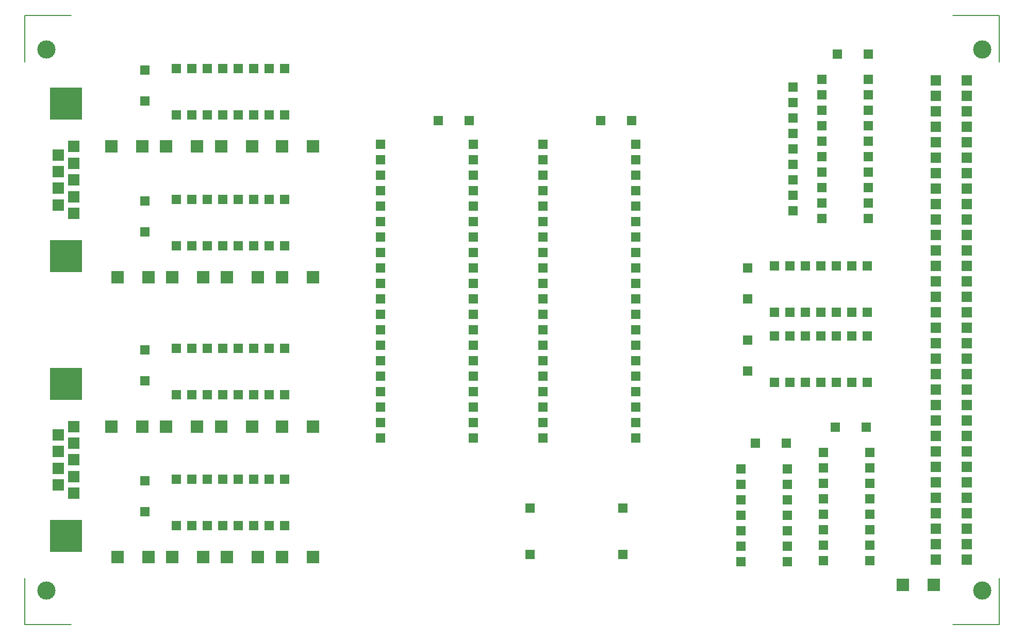
<source format=gbs>
G75*
G70*
%OFA0B0*%
%FSLAX24Y24*%
%IPPOS*%
%LPD*%
%AMOC8*
5,1,8,0,0,1.08239X$1,22.5*
%
%ADD10R,0.0640X0.0640*%
%ADD11C,0.0060*%
%ADD12R,0.0710X0.0710*%
%ADD13C,0.1180*%
%ADD14R,0.0830X0.0830*%
%ADD15R,0.0720X0.0720*%
%ADD16R,0.2080X0.2080*%
D10*
X014734Y013802D03*
X015734Y013802D03*
X016734Y013802D03*
X017734Y013802D03*
X018734Y013802D03*
X019734Y013802D03*
X020734Y013802D03*
X021734Y013802D03*
X021734Y016802D03*
X020734Y016802D03*
X019734Y016802D03*
X018734Y016802D03*
X017734Y016802D03*
X016734Y016802D03*
X015734Y016802D03*
X014734Y016802D03*
X012722Y016696D03*
X012722Y014696D03*
X014734Y022264D03*
X015734Y022264D03*
X016734Y022264D03*
X017734Y022264D03*
X018734Y022264D03*
X019734Y022264D03*
X020734Y022264D03*
X021734Y022264D03*
X021734Y025264D03*
X020734Y025264D03*
X019734Y025264D03*
X018734Y025264D03*
X017734Y025264D03*
X016734Y025264D03*
X015734Y025264D03*
X014734Y025264D03*
X012722Y025157D03*
X012722Y023157D03*
X014734Y031912D03*
X015734Y031912D03*
X016734Y031912D03*
X017734Y031912D03*
X018734Y031912D03*
X019734Y031912D03*
X020734Y031912D03*
X021734Y031912D03*
X021734Y034912D03*
X020734Y034912D03*
X019734Y034912D03*
X018734Y034912D03*
X017734Y034912D03*
X016734Y034912D03*
X015734Y034912D03*
X014734Y034912D03*
X012722Y034806D03*
X012722Y032806D03*
X014734Y040374D03*
X015734Y040374D03*
X016734Y040374D03*
X017734Y040374D03*
X018734Y040374D03*
X019734Y040374D03*
X020734Y040374D03*
X021734Y040374D03*
X021734Y043374D03*
X020734Y043374D03*
X019734Y043374D03*
X018734Y043374D03*
X017734Y043374D03*
X016734Y043374D03*
X015734Y043374D03*
X014734Y043374D03*
X012722Y043268D03*
X012722Y041268D03*
X027925Y038461D03*
X027925Y037461D03*
X027925Y036461D03*
X027925Y035461D03*
X027925Y034461D03*
X027925Y033461D03*
X027925Y032461D03*
X027925Y031461D03*
X027925Y030461D03*
X027925Y029461D03*
X027925Y028461D03*
X027925Y027461D03*
X027925Y026461D03*
X027925Y025461D03*
X027925Y024461D03*
X027925Y023461D03*
X027925Y022461D03*
X027925Y021461D03*
X027925Y020461D03*
X027925Y019461D03*
X033925Y019461D03*
X033925Y020461D03*
X033925Y021461D03*
X033925Y022461D03*
X033925Y023461D03*
X033925Y024461D03*
X033925Y025461D03*
X033925Y026461D03*
X033925Y027461D03*
X033925Y028461D03*
X033925Y029461D03*
X033925Y030461D03*
X033925Y031461D03*
X033925Y032461D03*
X033925Y033461D03*
X033925Y034461D03*
X033925Y035461D03*
X033925Y036461D03*
X033925Y037461D03*
X033925Y038461D03*
X033662Y040004D03*
X031662Y040004D03*
X038439Y038462D03*
X038439Y037462D03*
X038439Y036462D03*
X038439Y035462D03*
X038439Y034462D03*
X038439Y033462D03*
X038439Y032462D03*
X038439Y031462D03*
X038439Y030462D03*
X038439Y029462D03*
X038439Y028462D03*
X038439Y027462D03*
X038439Y026462D03*
X038439Y025462D03*
X038439Y024462D03*
X038439Y023462D03*
X038439Y022462D03*
X038439Y021462D03*
X038439Y020462D03*
X038439Y019462D03*
X037612Y014944D03*
X037612Y011944D03*
X043612Y011944D03*
X043612Y014944D03*
X044439Y019462D03*
X044439Y020462D03*
X044439Y021462D03*
X044439Y022462D03*
X044439Y023462D03*
X044439Y024462D03*
X044439Y025462D03*
X044439Y026462D03*
X044439Y027462D03*
X044439Y028462D03*
X044439Y029462D03*
X044439Y030462D03*
X044439Y031462D03*
X044439Y032462D03*
X044439Y033462D03*
X044439Y034462D03*
X044439Y035462D03*
X044439Y036462D03*
X044439Y037462D03*
X044439Y038462D03*
X044177Y040004D03*
X042177Y040004D03*
X054598Y040178D03*
X054598Y041178D03*
X054598Y042178D03*
X056473Y041678D03*
X056473Y040678D03*
X056473Y039678D03*
X056473Y038678D03*
X056473Y037678D03*
X056473Y036678D03*
X056473Y035678D03*
X056473Y034678D03*
X056473Y033678D03*
X054598Y034178D03*
X054598Y035178D03*
X054598Y036178D03*
X054598Y037178D03*
X054598Y038178D03*
X054598Y039178D03*
X056473Y042678D03*
X057473Y044303D03*
X059473Y044303D03*
X059473Y042678D03*
X059473Y041678D03*
X059473Y040678D03*
X059473Y039678D03*
X059473Y038678D03*
X059473Y037678D03*
X059473Y036678D03*
X059473Y035678D03*
X059473Y034678D03*
X059473Y033678D03*
X059395Y030621D03*
X058395Y030621D03*
X057395Y030621D03*
X056395Y030621D03*
X055395Y030621D03*
X054395Y030621D03*
X053395Y030621D03*
X051680Y030475D03*
X051680Y028475D03*
X053395Y027621D03*
X054395Y027621D03*
X055395Y027621D03*
X056395Y027621D03*
X057395Y027621D03*
X058395Y027621D03*
X059395Y027621D03*
X059395Y026075D03*
X058395Y026075D03*
X057395Y026075D03*
X056395Y026075D03*
X055395Y026075D03*
X054395Y026075D03*
X053395Y026075D03*
X051668Y025804D03*
X051668Y023804D03*
X053395Y023075D03*
X054395Y023075D03*
X055395Y023075D03*
X056395Y023075D03*
X057395Y023075D03*
X058395Y023075D03*
X059395Y023075D03*
X059354Y020167D03*
X059585Y018549D03*
X059585Y017549D03*
X059585Y016549D03*
X059585Y015549D03*
X059585Y014549D03*
X059585Y013549D03*
X059585Y012549D03*
X059585Y011549D03*
X056585Y011549D03*
X056585Y012549D03*
X056585Y013549D03*
X056585Y014549D03*
X056585Y015549D03*
X056585Y016549D03*
X056585Y017549D03*
X056585Y018549D03*
X057354Y020167D03*
X054174Y019127D03*
X054247Y017485D03*
X054247Y016485D03*
X054247Y015485D03*
X054247Y014485D03*
X054247Y013485D03*
X054247Y012485D03*
X054247Y011485D03*
X051247Y011485D03*
X051247Y012485D03*
X051247Y013485D03*
X051247Y014485D03*
X051247Y015485D03*
X051247Y016485D03*
X051247Y017485D03*
X052174Y019127D03*
D11*
X004948Y010423D02*
X004948Y007423D01*
X007948Y007423D01*
X004948Y043803D02*
X004948Y046803D01*
X007948Y046803D01*
X064948Y046803D02*
X067948Y046803D01*
X067948Y043803D01*
X067948Y010423D02*
X067948Y007423D01*
X064948Y007423D01*
D12*
X065848Y011613D03*
X065848Y012613D03*
X065848Y013613D03*
X065848Y014613D03*
X065848Y015613D03*
X065848Y016613D03*
X065848Y017613D03*
X065848Y018613D03*
X065848Y019613D03*
X065848Y020613D03*
X065848Y021613D03*
X065848Y022613D03*
X065848Y023613D03*
X065848Y024613D03*
X065848Y025613D03*
X065848Y026613D03*
X065848Y027613D03*
X065848Y028613D03*
X065848Y029613D03*
X065848Y030613D03*
X065848Y031613D03*
X065848Y032613D03*
X065848Y033613D03*
X065848Y034613D03*
X065848Y035613D03*
X065848Y036613D03*
X065848Y037613D03*
X065848Y038613D03*
X065848Y039613D03*
X065848Y040613D03*
X065848Y041613D03*
X065848Y042613D03*
X063848Y042613D03*
X063848Y041613D03*
X063848Y040613D03*
X063848Y039613D03*
X063848Y038613D03*
X063848Y037613D03*
X063848Y036613D03*
X063848Y035613D03*
X063848Y034613D03*
X063848Y033613D03*
X063848Y032613D03*
X063848Y031613D03*
X063848Y030613D03*
X063848Y029613D03*
X063848Y028613D03*
X063848Y027613D03*
X063848Y026613D03*
X063848Y025613D03*
X063848Y024613D03*
X063848Y023613D03*
X063848Y022613D03*
X063848Y021613D03*
X063848Y020613D03*
X063848Y019613D03*
X063848Y018613D03*
X063848Y017613D03*
X063848Y016613D03*
X063848Y015613D03*
X063848Y014613D03*
X063848Y013613D03*
X063848Y012613D03*
X063848Y011613D03*
D13*
X066848Y009613D03*
X066848Y044613D03*
X006348Y044613D03*
X006348Y009613D03*
D14*
X010934Y011759D03*
X012934Y011759D03*
X014478Y011759D03*
X016478Y011759D03*
X018021Y011759D03*
X020021Y011759D03*
X021564Y011759D03*
X023564Y011759D03*
X023564Y020220D03*
X021564Y020220D03*
X019627Y020220D03*
X017627Y020220D03*
X016084Y020220D03*
X014084Y020220D03*
X012541Y020220D03*
X010541Y020220D03*
X010934Y029869D03*
X012934Y029869D03*
X014478Y029869D03*
X016478Y029869D03*
X018021Y029869D03*
X020021Y029869D03*
X021564Y029869D03*
X023564Y029869D03*
X023564Y038331D03*
X021564Y038331D03*
X019627Y038331D03*
X017627Y038331D03*
X016084Y038331D03*
X014084Y038331D03*
X012541Y038331D03*
X010541Y038331D03*
X061722Y009987D03*
X063722Y009987D03*
D15*
X008104Y015898D03*
X007104Y016438D03*
X008104Y016978D03*
X007104Y017518D03*
X008104Y018058D03*
X007104Y018598D03*
X008104Y019138D03*
X007104Y019678D03*
X008104Y020218D03*
X008104Y034008D03*
X007104Y034548D03*
X008104Y035088D03*
X007104Y035628D03*
X008104Y036168D03*
X007104Y036708D03*
X008104Y037248D03*
X007104Y037788D03*
X008104Y038328D03*
D16*
X007604Y041098D03*
X007604Y031238D03*
X007604Y022988D03*
X007604Y013128D03*
M02*

</source>
